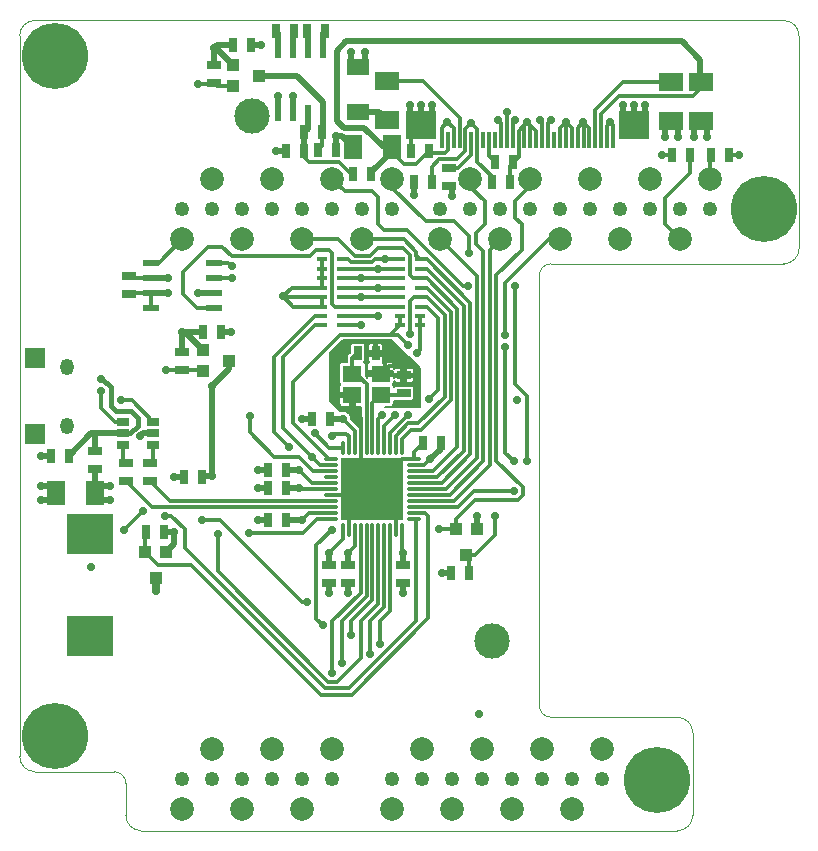
<source format=gbl>
G04 (created by PCBNEW (2013-05-31 BZR 4019)-stable) date 23/02/2014 19:03:20*
%MOIN*%
G04 Gerber Fmt 3.4, Leading zero omitted, Abs format*
%FSLAX34Y34*%
G01*
G70*
G90*
G04 APERTURE LIST*
%ADD10C,0.00590551*%
%ADD11C,0.000393701*%
%ADD12C,0.0787402*%
%ADD13C,0.0492126*%
%ADD14R,0.15748X0.137795*%
%ADD15R,0.011811X0.0570866*%
%ADD16R,0.102362X0.0925197*%
%ADD17O,0.0452756X0.0551181*%
%ADD18R,0.0669291X0.0669291*%
%ADD19R,0.0433071X0.0433071*%
%ADD20C,0.11811*%
%ADD21O,0.0511811X0.011811*%
%ADD22O,0.011811X0.0511811*%
%ADD23R,0.208661X0.208661*%
%ADD24R,0.0354331X0.0177165*%
%ADD25R,0.025X0.045*%
%ADD26R,0.045X0.025*%
%ADD27R,0.06X0.08*%
%ADD28R,0.08X0.06*%
%ADD29R,0.0236X0.0551*%
%ADD30R,0.0551X0.0236*%
%ADD31R,0.0748031X0.0551181*%
%ADD32R,0.0394X0.0272*%
%ADD33R,0.0629921X0.0551181*%
%ADD34C,0.220472*%
%ADD35C,0.0275591*%
%ADD36C,0.011811*%
%ADD37C,0.019685*%
%ADD38C,0.015748*%
%ADD39C,0.0275591*%
%ADD40C,0.00787402*%
G04 APERTURE END LIST*
G54D10*
G54D11*
X42173Y-51606D02*
X42173Y-27590D01*
X42173Y-27590D02*
G75*
G02X42685Y-27078I511J0D01*
G74*
G01*
X45716Y-52511D02*
X45716Y-53574D01*
X42685Y-52118D02*
X45322Y-52118D01*
X67645Y-27078D02*
X42685Y-27078D01*
X68157Y-34677D02*
X68157Y-27590D01*
X59889Y-35188D02*
X67645Y-35188D01*
X59496Y-49913D02*
X59496Y-35582D01*
X64102Y-50307D02*
X59889Y-50307D01*
X64614Y-53574D02*
X64614Y-50818D01*
X46228Y-54086D02*
X64102Y-54086D01*
X45322Y-52118D02*
G75*
G02X45716Y-52511I0J-393D01*
G74*
G01*
X42685Y-52118D02*
G75*
G02X42173Y-51606I0J511D01*
G74*
G01*
X67645Y-27078D02*
G75*
G02X68157Y-27590I0J-511D01*
G74*
G01*
X68157Y-34678D02*
G75*
G02X67645Y-35188I-511J0D01*
G74*
G01*
X59496Y-35581D02*
G75*
G02X59889Y-35188I393J0D01*
G74*
G01*
X59889Y-50307D02*
G75*
G02X59496Y-49913I0J393D01*
G74*
G01*
X64103Y-50307D02*
G75*
G02X64614Y-50818I0J-511D01*
G74*
G01*
X64614Y-53575D02*
G75*
G02X64102Y-54086I-511J0D01*
G74*
G01*
X46227Y-54086D02*
G75*
G02X45716Y-53574I0J511D01*
G74*
G01*
G54D12*
X54602Y-32370D03*
X53602Y-34370D03*
X52602Y-32370D03*
X51602Y-34370D03*
X50602Y-32370D03*
X49602Y-34370D03*
X48602Y-32370D03*
X47602Y-34370D03*
G54D13*
X54602Y-33370D03*
X53602Y-33370D03*
X52602Y-33370D03*
X51602Y-33370D03*
X50602Y-33370D03*
X49602Y-33370D03*
X48602Y-33370D03*
X47602Y-33370D03*
G54D12*
X52602Y-51370D03*
X51602Y-53370D03*
X50602Y-51370D03*
X49602Y-53370D03*
X48602Y-51370D03*
X47602Y-53370D03*
G54D13*
X52602Y-52370D03*
X51602Y-52370D03*
X50602Y-52370D03*
X49602Y-52370D03*
X48602Y-52370D03*
X47602Y-52370D03*
G54D12*
X65202Y-32370D03*
X64202Y-34370D03*
X63202Y-32370D03*
X62202Y-34370D03*
X61202Y-32370D03*
X60202Y-34370D03*
X59202Y-32370D03*
X58202Y-34370D03*
X56202Y-34370D03*
G54D13*
X65202Y-33370D03*
X64202Y-33370D03*
X63202Y-33370D03*
X62202Y-33370D03*
X61202Y-33370D03*
X60202Y-33370D03*
X59202Y-33370D03*
X58202Y-33370D03*
X57202Y-33370D03*
X56202Y-33370D03*
G54D12*
X57202Y-32370D03*
X61602Y-51370D03*
X60602Y-53370D03*
X59602Y-51370D03*
X58602Y-53370D03*
X57602Y-51370D03*
X56602Y-53370D03*
X55602Y-51370D03*
X54602Y-53370D03*
G54D13*
X61602Y-52370D03*
X60602Y-52370D03*
X59602Y-52370D03*
X58602Y-52370D03*
X57602Y-52370D03*
X56602Y-52370D03*
X55602Y-52370D03*
X54602Y-52370D03*
G54D14*
X44535Y-44204D03*
X44535Y-47590D03*
G54D15*
X56248Y-31055D03*
X56444Y-31055D03*
X56641Y-31055D03*
X56838Y-31055D03*
X57035Y-31055D03*
X57232Y-31055D03*
X57429Y-31055D03*
X57625Y-31055D03*
X57822Y-31055D03*
X58019Y-31055D03*
X58216Y-31055D03*
X58413Y-31055D03*
X58610Y-31055D03*
X58807Y-31055D03*
X59003Y-31055D03*
X59200Y-31055D03*
X59397Y-31055D03*
X59594Y-31055D03*
X59791Y-31055D03*
X59988Y-31055D03*
X60185Y-31055D03*
X60381Y-31055D03*
X60578Y-31055D03*
X60775Y-31055D03*
X60972Y-31055D03*
X61169Y-31055D03*
X61366Y-31055D03*
X61562Y-31055D03*
X61759Y-31055D03*
X61956Y-31055D03*
G54D16*
X55559Y-30562D03*
X62645Y-30562D03*
G54D17*
X43767Y-38614D03*
X43767Y-40582D03*
G54D18*
X42704Y-38338D03*
X42704Y-40858D03*
G54D19*
X47062Y-44783D03*
X46362Y-44783D03*
X46712Y-45649D03*
G54D20*
X49905Y-30267D03*
X57905Y-47767D03*
G54D21*
X52559Y-43681D03*
X52559Y-43484D03*
X52559Y-43287D03*
X52559Y-43090D03*
X52559Y-42893D03*
X52559Y-42696D03*
X52559Y-42500D03*
X52559Y-42303D03*
X52559Y-42106D03*
X52559Y-41909D03*
X52559Y-41712D03*
G54D22*
X52952Y-41318D03*
X53149Y-41318D03*
X53346Y-41318D03*
X53543Y-41318D03*
X53740Y-41318D03*
X53937Y-41318D03*
X54133Y-41318D03*
X54330Y-41318D03*
X54527Y-41318D03*
X54724Y-41318D03*
X54921Y-41318D03*
G54D21*
X55314Y-41712D03*
X55314Y-41909D03*
X55314Y-42106D03*
X55314Y-42303D03*
X55314Y-42500D03*
X55314Y-42696D03*
X55314Y-42893D03*
X55314Y-43090D03*
X55314Y-43287D03*
X55314Y-43484D03*
X55314Y-43681D03*
G54D22*
X54921Y-44074D03*
X54724Y-44074D03*
X54527Y-44074D03*
X54330Y-44074D03*
X54133Y-44074D03*
X53937Y-44074D03*
X53740Y-44074D03*
X53543Y-44074D03*
X53346Y-44074D03*
X53149Y-44074D03*
X52952Y-44074D03*
G54D23*
X53937Y-42696D03*
G54D24*
X52933Y-35039D03*
X52933Y-35354D03*
X52933Y-35669D03*
X52933Y-35984D03*
X52933Y-36299D03*
X52933Y-36614D03*
X52933Y-36929D03*
X52933Y-37244D03*
X52263Y-37244D03*
X52263Y-36929D03*
X52263Y-36614D03*
X52263Y-36299D03*
X52263Y-35984D03*
X52263Y-35669D03*
X52263Y-35354D03*
X52263Y-35039D03*
X54842Y-37244D03*
X54842Y-36929D03*
X54842Y-36614D03*
X54842Y-36299D03*
X54842Y-35984D03*
X54842Y-35669D03*
X54842Y-35354D03*
X54842Y-35039D03*
X55511Y-35039D03*
X55511Y-35354D03*
X55511Y-35669D03*
X55511Y-35984D03*
X55511Y-36299D03*
X55511Y-36614D03*
X55511Y-36929D03*
X55511Y-37244D03*
G54D25*
X48252Y-42283D03*
X47652Y-42283D03*
X53440Y-38169D03*
X54040Y-38169D03*
G54D26*
X54980Y-39512D03*
X54980Y-38912D03*
X45826Y-36185D03*
X45826Y-35585D03*
G54D25*
X51048Y-42047D03*
X50448Y-42047D03*
G54D26*
X52500Y-45231D03*
X52500Y-45831D03*
G54D25*
X55831Y-31437D03*
X55231Y-31437D03*
X48302Y-37460D03*
X48902Y-37460D03*
X55910Y-32460D03*
X55310Y-32460D03*
X57908Y-32460D03*
X58508Y-32460D03*
G54D26*
X56476Y-32003D03*
X56476Y-32603D03*
G54D25*
X51048Y-43720D03*
X50448Y-43720D03*
G54D26*
X53110Y-45231D03*
X53110Y-45831D03*
G54D25*
X52121Y-31397D03*
X52721Y-31397D03*
X50723Y-27421D03*
X51323Y-27421D03*
X52347Y-27421D03*
X51747Y-27421D03*
X51638Y-31417D03*
X51038Y-31417D03*
X52268Y-30807D03*
X51668Y-30807D03*
X51048Y-42657D03*
X50448Y-42657D03*
X49286Y-27913D03*
X49886Y-27913D03*
X52524Y-40354D03*
X51924Y-40354D03*
X43823Y-41594D03*
X43223Y-41594D03*
X56205Y-41161D03*
X55605Y-41161D03*
G54D26*
X54960Y-45231D03*
X54960Y-45831D03*
X47578Y-38725D03*
X47578Y-38125D03*
G54D25*
X56570Y-45511D03*
X57170Y-45511D03*
X58026Y-31811D03*
X58626Y-31811D03*
G54D26*
X44685Y-41432D03*
X44685Y-42032D03*
G54D25*
X53902Y-32204D03*
X53302Y-32204D03*
G54D26*
X48661Y-29177D03*
X48661Y-28577D03*
X45728Y-41825D03*
X45728Y-42425D03*
X46515Y-41825D03*
X46515Y-42425D03*
G54D27*
X54587Y-31299D03*
X53287Y-31299D03*
G54D28*
X54429Y-29094D03*
X54429Y-30394D03*
G54D27*
X44685Y-42834D03*
X43385Y-42834D03*
G54D28*
X64881Y-29133D03*
X64881Y-30433D03*
X63897Y-29133D03*
X63897Y-30433D03*
G54D29*
X50785Y-30164D03*
X50785Y-28064D03*
X51285Y-30164D03*
X51785Y-30164D03*
X52285Y-30164D03*
X51285Y-28064D03*
X51785Y-28064D03*
X52285Y-28064D03*
G54D30*
X46568Y-35155D03*
X48668Y-35155D03*
X46568Y-35655D03*
X46568Y-36155D03*
X46568Y-36655D03*
X48668Y-35655D03*
X48668Y-36155D03*
X48668Y-36655D03*
G54D31*
X53464Y-30118D03*
X53464Y-28622D03*
G54D19*
X48287Y-38075D03*
X48287Y-38775D03*
X49153Y-38425D03*
X57416Y-44035D03*
X56716Y-44035D03*
X57066Y-44901D03*
X49291Y-28567D03*
X49291Y-29267D03*
X50157Y-28917D03*
G54D32*
X46634Y-40472D03*
X46634Y-41220D03*
X46634Y-40846D03*
X45610Y-41220D03*
X45610Y-40472D03*
X45610Y-40846D03*
G54D33*
X53267Y-38858D03*
X54212Y-38858D03*
X54212Y-39566D03*
X53267Y-39566D03*
G54D25*
X46392Y-44114D03*
X46992Y-44114D03*
G54D34*
X66976Y-33377D03*
X43354Y-28259D03*
X63433Y-52393D03*
X43354Y-50937D03*
G54D25*
X64532Y-31574D03*
X63932Y-31574D03*
X65211Y-31574D03*
X65811Y-31574D03*
G54D35*
X57224Y-30492D03*
X47125Y-36161D03*
X48110Y-36161D03*
X51476Y-42657D03*
X57480Y-50196D03*
X66141Y-31574D03*
X63602Y-31574D03*
X56240Y-45511D03*
X54960Y-44822D03*
X47578Y-37460D03*
X54133Y-36929D03*
X55846Y-41712D03*
X48661Y-28011D03*
X45196Y-42598D03*
X51476Y-42047D03*
X51574Y-43720D03*
X45196Y-43070D03*
X44547Y-45295D03*
X52952Y-40354D03*
X52500Y-44822D03*
X53110Y-44822D03*
X48129Y-29192D03*
X47007Y-43582D03*
X48779Y-44192D03*
X55807Y-39704D03*
X52007Y-40826D03*
X54271Y-40216D03*
X45669Y-44055D03*
X46279Y-43444D03*
X54704Y-40216D03*
X54370Y-35039D03*
X58700Y-30413D03*
X54114Y-35354D03*
X58405Y-30118D03*
X53543Y-35669D03*
X58129Y-30413D03*
X46712Y-46082D03*
X47066Y-38720D03*
X57106Y-35944D03*
X59074Y-41771D03*
X58681Y-35944D03*
X58641Y-42755D03*
X55137Y-40216D03*
X51751Y-46476D03*
X48267Y-43720D03*
X55177Y-37519D03*
X57145Y-34842D03*
X49822Y-44153D03*
X52598Y-48818D03*
X52913Y-48503D03*
X53858Y-48188D03*
X54173Y-47874D03*
X55413Y-38169D03*
X58641Y-41771D03*
X58366Y-37952D03*
X58011Y-43602D03*
X49251Y-35669D03*
X54133Y-35984D03*
X59507Y-30413D03*
X49251Y-35275D03*
X53543Y-36299D03*
X59881Y-30413D03*
X55137Y-37913D03*
X58366Y-37559D03*
X51909Y-41614D03*
X56141Y-44035D03*
X49842Y-40275D03*
X48582Y-39271D03*
X48582Y-42263D03*
X53228Y-47559D03*
X52598Y-40944D03*
X51161Y-41299D03*
X52578Y-44055D03*
X52283Y-47244D03*
X65098Y-30964D03*
X64665Y-30964D03*
X64114Y-30964D03*
X63681Y-30964D03*
X49232Y-37460D03*
X50964Y-36279D03*
X58759Y-39724D03*
X47125Y-35649D03*
X59094Y-30472D03*
X53543Y-37244D03*
X46200Y-40944D03*
X50216Y-27913D03*
X63011Y-29881D03*
X62657Y-29881D03*
X62283Y-29881D03*
X61870Y-30472D03*
X60964Y-30472D03*
X60374Y-30472D03*
X55925Y-29881D03*
X55551Y-29881D03*
X55177Y-29881D03*
X56437Y-30472D03*
X53700Y-28129D03*
X53228Y-28129D03*
X56594Y-32933D03*
X55314Y-32913D03*
X50708Y-31417D03*
X52736Y-30944D03*
X51279Y-29606D03*
X50787Y-29606D03*
X57421Y-43602D03*
X53110Y-43523D03*
X54763Y-43523D03*
X53110Y-41870D03*
X53937Y-42696D03*
X54763Y-41870D03*
X47322Y-44114D03*
X51594Y-40354D03*
X53267Y-40059D03*
X52736Y-39566D03*
X54980Y-38582D03*
X54370Y-38169D03*
X54960Y-46161D03*
X53110Y-46161D03*
X52500Y-46161D03*
X42874Y-43070D03*
X42874Y-42598D03*
X42893Y-41594D03*
X50118Y-43720D03*
X50118Y-42657D03*
X50118Y-42047D03*
X47322Y-42283D03*
X45570Y-39744D03*
X44881Y-39429D03*
X44881Y-39015D03*
G54D36*
X51638Y-31417D02*
X51638Y-31618D01*
X53228Y-32204D02*
X53302Y-32204D01*
X52834Y-31811D02*
X53228Y-32204D01*
X51830Y-31811D02*
X52834Y-31811D01*
X51638Y-31618D02*
X51830Y-31811D01*
G54D37*
X51638Y-31417D02*
X51638Y-30837D01*
X51638Y-30837D02*
X51668Y-30807D01*
X51785Y-30164D02*
X51785Y-30690D01*
X51785Y-30690D02*
X51668Y-30807D01*
G54D36*
X47120Y-36155D02*
X47125Y-36161D01*
G54D37*
X47120Y-36155D02*
X46568Y-36155D01*
G54D36*
X48116Y-36155D02*
X48110Y-36161D01*
G54D37*
X48116Y-36155D02*
X48668Y-36155D01*
G54D36*
X46568Y-36655D02*
X46568Y-36155D01*
X46568Y-36155D02*
X45857Y-36155D01*
X45857Y-36155D02*
X45826Y-36185D01*
X57429Y-31055D02*
X57429Y-31799D01*
X57908Y-32278D02*
X57908Y-32460D01*
X57429Y-31799D02*
X57908Y-32278D01*
X57429Y-31055D02*
X57429Y-30696D01*
X57429Y-30696D02*
X57224Y-30492D01*
X57035Y-30681D02*
X57224Y-30492D01*
X57035Y-30681D02*
X57035Y-31055D01*
X55910Y-32460D02*
X55910Y-31963D01*
X57035Y-31429D02*
X57035Y-31055D01*
X56751Y-31712D02*
X57035Y-31429D01*
X56161Y-31712D02*
X56751Y-31712D01*
X55910Y-31963D02*
X56161Y-31712D01*
G54D37*
X51048Y-42657D02*
X51476Y-42657D01*
G54D36*
X51515Y-42696D02*
X51476Y-42657D01*
X51515Y-42696D02*
X52559Y-42696D01*
X65811Y-31574D02*
X66141Y-31574D01*
X63932Y-31574D02*
X63602Y-31574D01*
G54D37*
X56240Y-45511D02*
X56570Y-45511D01*
X47578Y-37460D02*
X47672Y-37460D01*
X47672Y-37460D02*
X48287Y-38075D01*
X47578Y-38125D02*
X47578Y-37460D01*
X47578Y-37460D02*
X48302Y-37460D01*
G54D36*
X52933Y-36929D02*
X54133Y-36929D01*
X56205Y-41161D02*
X56205Y-41353D01*
X55649Y-41909D02*
X55846Y-41712D01*
X55649Y-41909D02*
X55314Y-41909D01*
G54D37*
X56205Y-41353D02*
X55846Y-41712D01*
G54D38*
X44685Y-42834D02*
X44921Y-42598D01*
G54D37*
X44921Y-42598D02*
X45196Y-42598D01*
X44921Y-43070D02*
X45196Y-43070D01*
G54D38*
X44685Y-42834D02*
X44921Y-43070D01*
G54D37*
X49291Y-28567D02*
X48735Y-28011D01*
X48735Y-28011D02*
X48661Y-28011D01*
X48661Y-28577D02*
X48661Y-28011D01*
X48759Y-27913D02*
X48661Y-28011D01*
X48759Y-27913D02*
X49286Y-27913D01*
X51048Y-42047D02*
X51476Y-42047D01*
G54D36*
X51929Y-42500D02*
X51476Y-42047D01*
X51929Y-42500D02*
X52559Y-42500D01*
G54D37*
X52524Y-40354D02*
X52952Y-40354D01*
G54D36*
X53346Y-40748D02*
X52952Y-40354D01*
X53346Y-40748D02*
X53346Y-41318D01*
G54D37*
X54960Y-45231D02*
X54960Y-44822D01*
G54D36*
X54921Y-44783D02*
X54960Y-44822D01*
X54921Y-44783D02*
X54921Y-44074D01*
G54D37*
X52500Y-45231D02*
X52500Y-44822D01*
G54D36*
X52952Y-44370D02*
X52500Y-44822D01*
X52952Y-44370D02*
X52952Y-44074D01*
G54D37*
X44685Y-42032D02*
X44685Y-42834D01*
X44685Y-42834D02*
X44685Y-42834D01*
X51048Y-43720D02*
X51574Y-43720D01*
G54D36*
X51811Y-43484D02*
X51574Y-43720D01*
X51811Y-43484D02*
X52559Y-43484D01*
X64881Y-29133D02*
X64881Y-29330D01*
X61562Y-30188D02*
X62165Y-29586D01*
X62165Y-29586D02*
X63366Y-29586D01*
X61562Y-30188D02*
X61562Y-31055D01*
X64625Y-29586D02*
X63366Y-29586D01*
X64881Y-29330D02*
X64625Y-29586D01*
G54D37*
X54587Y-31299D02*
X54311Y-31299D01*
X54311Y-31299D02*
X53661Y-30649D01*
X64862Y-28385D02*
X64862Y-29133D01*
X64251Y-27775D02*
X64862Y-28385D01*
X53070Y-27775D02*
X64251Y-27775D01*
X52755Y-28090D02*
X53070Y-27775D01*
X52755Y-30433D02*
X52755Y-28090D01*
X52972Y-30649D02*
X52755Y-30433D01*
X53661Y-30649D02*
X52972Y-30649D01*
G54D36*
X54587Y-31299D02*
X54587Y-31476D01*
X55826Y-31437D02*
X55831Y-31437D01*
X55393Y-31870D02*
X55826Y-31437D01*
X54980Y-31870D02*
X55393Y-31870D01*
X54587Y-31476D02*
X54980Y-31870D01*
X56444Y-31055D02*
X56444Y-31409D01*
X56444Y-31409D02*
X56358Y-31496D01*
X56358Y-31496D02*
X55890Y-31496D01*
X55890Y-31496D02*
X55831Y-31437D01*
X53902Y-32204D02*
X53902Y-32140D01*
X54587Y-31456D02*
X54587Y-31299D01*
G54D37*
X53902Y-32140D02*
X54587Y-31456D01*
X53110Y-45231D02*
X53110Y-44822D01*
G54D36*
X53346Y-44586D02*
X53110Y-44822D01*
X53346Y-44586D02*
X53346Y-44074D01*
X48646Y-29192D02*
X48661Y-29177D01*
X48129Y-29192D02*
X48646Y-29192D01*
X48661Y-29177D02*
X48750Y-29267D01*
X48750Y-29267D02*
X49291Y-29267D01*
X47677Y-44035D02*
X47224Y-43582D01*
X47224Y-43582D02*
X47007Y-43582D01*
X55314Y-43681D02*
X55393Y-43759D01*
X47677Y-44665D02*
X47677Y-44035D01*
X52342Y-49330D02*
X47677Y-44665D01*
X53149Y-49330D02*
X52342Y-49330D01*
X55393Y-47086D02*
X53149Y-49330D01*
X55393Y-43759D02*
X55393Y-47086D01*
X48779Y-44192D02*
X48779Y-45433D01*
X52460Y-49114D02*
X48779Y-45433D01*
X54133Y-44074D02*
X54133Y-46515D01*
X52755Y-49114D02*
X52460Y-49114D01*
X53543Y-48326D02*
X52755Y-49114D01*
X53543Y-47106D02*
X53543Y-48326D01*
X54133Y-46515D02*
X53543Y-47106D01*
X55807Y-39704D02*
X56122Y-39389D01*
X52952Y-41318D02*
X52500Y-41318D01*
X52500Y-41318D02*
X52007Y-40826D01*
X55748Y-36614D02*
X55511Y-36614D01*
X56122Y-36988D02*
X55748Y-36614D01*
X56122Y-39389D02*
X56122Y-36988D01*
X51161Y-34940D02*
X49251Y-34940D01*
X48092Y-36655D02*
X48668Y-36655D01*
X47618Y-36181D02*
X48092Y-36655D01*
X47618Y-35472D02*
X47618Y-36181D01*
X48464Y-34625D02*
X47618Y-35472D01*
X48937Y-34625D02*
X48464Y-34625D01*
X49251Y-34940D02*
X48937Y-34625D01*
X52933Y-36614D02*
X52696Y-36614D01*
X51850Y-34940D02*
X51161Y-34940D01*
X51161Y-34940D02*
X51141Y-34940D01*
X52066Y-34724D02*
X51850Y-34940D01*
X52500Y-34724D02*
X52066Y-34724D01*
X52598Y-34822D02*
X52500Y-34724D01*
X52598Y-36515D02*
X52598Y-34822D01*
X52696Y-36614D02*
X52598Y-36515D01*
X54842Y-36614D02*
X52933Y-36614D01*
X65202Y-32370D02*
X65202Y-31584D01*
X65202Y-31584D02*
X65211Y-31574D01*
X54133Y-41318D02*
X54133Y-40354D01*
X54133Y-40354D02*
X54271Y-40216D01*
X64202Y-34370D02*
X63700Y-33868D01*
X64532Y-32160D02*
X64532Y-31574D01*
X63700Y-32992D02*
X64532Y-32160D01*
X63700Y-33868D02*
X63700Y-32992D01*
X45669Y-44055D02*
X46279Y-43444D01*
X54330Y-41318D02*
X54330Y-40590D01*
X54330Y-40590D02*
X54704Y-40216D01*
X58610Y-30503D02*
X58700Y-30413D01*
X58610Y-30503D02*
X58610Y-31055D01*
X52933Y-35039D02*
X53129Y-35039D01*
X54370Y-35039D02*
X54842Y-35039D01*
X54035Y-35039D02*
X54370Y-35039D01*
X53937Y-35137D02*
X54035Y-35039D01*
X53228Y-35137D02*
X53937Y-35137D01*
X53129Y-35039D02*
X53228Y-35137D01*
X55511Y-35039D02*
X55748Y-35039D01*
X55748Y-35039D02*
X57204Y-36496D01*
X55511Y-35039D02*
X55393Y-34921D01*
X55393Y-34921D02*
X55393Y-34783D01*
X55393Y-34783D02*
X54980Y-34370D01*
X54980Y-34370D02*
X53602Y-34370D01*
X55314Y-42500D02*
X56240Y-42500D01*
X57204Y-41535D02*
X57204Y-36496D01*
X56240Y-42500D02*
X57204Y-41535D01*
X55314Y-42303D02*
X56102Y-42303D01*
X55748Y-35354D02*
X55511Y-35354D01*
X56988Y-36594D02*
X55748Y-35354D01*
X56988Y-41417D02*
X56988Y-36594D01*
X56102Y-42303D02*
X56988Y-41417D01*
X55511Y-35669D02*
X55275Y-35669D01*
X52795Y-34370D02*
X51602Y-34370D01*
X53366Y-34940D02*
X52795Y-34370D01*
X53838Y-34940D02*
X53366Y-34940D01*
X54114Y-34665D02*
X53838Y-34940D01*
X54960Y-34665D02*
X54114Y-34665D01*
X55177Y-34881D02*
X54960Y-34665D01*
X55177Y-35570D02*
X55177Y-34881D01*
X55275Y-35669D02*
X55177Y-35570D01*
X55314Y-42106D02*
X55964Y-42106D01*
X55748Y-35669D02*
X55511Y-35669D01*
X56771Y-36692D02*
X55748Y-35669D01*
X56771Y-41299D02*
X56771Y-36692D01*
X55964Y-42106D02*
X56771Y-41299D01*
X58413Y-30125D02*
X58405Y-30118D01*
X58413Y-30125D02*
X58413Y-31055D01*
X54842Y-35354D02*
X54114Y-35354D01*
X54114Y-35354D02*
X52933Y-35354D01*
X58216Y-30500D02*
X58129Y-30413D01*
X58216Y-30500D02*
X58216Y-31055D01*
X52933Y-35669D02*
X53543Y-35669D01*
X53543Y-35669D02*
X54842Y-35669D01*
G54D39*
X46712Y-45649D02*
X46712Y-46082D01*
G54D36*
X46362Y-44783D02*
X46362Y-44144D01*
X46362Y-44144D02*
X46392Y-44114D01*
X55314Y-43484D02*
X55688Y-43484D01*
X46795Y-45216D02*
X46362Y-44783D01*
X47893Y-45216D02*
X46795Y-45216D01*
X52224Y-49547D02*
X47893Y-45216D01*
X53248Y-49547D02*
X52224Y-49547D01*
X55787Y-47007D02*
X53248Y-49547D01*
X55787Y-43582D02*
X55787Y-47007D01*
X55688Y-43484D02*
X55787Y-43582D01*
X47574Y-38720D02*
X47578Y-38725D01*
X47066Y-38720D02*
X47574Y-38720D01*
X55314Y-42696D02*
X56377Y-42696D01*
X57421Y-35588D02*
X56202Y-34370D01*
X57421Y-41653D02*
X57421Y-35588D01*
X56377Y-42696D02*
X57421Y-41653D01*
X47578Y-38725D02*
X48237Y-38725D01*
X48237Y-38725D02*
X48287Y-38775D01*
X55314Y-42893D02*
X56515Y-42893D01*
X57202Y-32615D02*
X57202Y-32370D01*
X57696Y-33110D02*
X57202Y-32615D01*
X57696Y-33858D02*
X57696Y-33110D01*
X57401Y-34153D02*
X57696Y-33858D01*
X57401Y-34527D02*
X57401Y-34153D01*
X57637Y-34763D02*
X57401Y-34527D01*
X57637Y-41771D02*
X57637Y-34763D01*
X56515Y-42893D02*
X57637Y-41771D01*
X58202Y-34370D02*
X57854Y-34718D01*
X57854Y-34718D02*
X57854Y-34724D01*
X55314Y-43090D02*
X56653Y-43090D01*
X57854Y-41889D02*
X57854Y-34724D01*
X56653Y-43090D02*
X57854Y-41889D01*
X53007Y-32775D02*
X53937Y-32775D01*
X53937Y-32775D02*
X54114Y-32952D01*
X54114Y-32952D02*
X54114Y-33858D01*
X54114Y-33858D02*
X54330Y-34074D01*
X54330Y-34074D02*
X55098Y-34074D01*
X55098Y-34074D02*
X56968Y-35944D01*
X56968Y-35944D02*
X57106Y-35944D01*
X52602Y-32370D02*
X53007Y-32775D01*
X59094Y-41751D02*
X59074Y-41771D01*
X59094Y-39606D02*
X59094Y-41751D01*
X58681Y-39192D02*
X59094Y-39606D01*
X58681Y-35944D02*
X58681Y-39192D01*
X58641Y-42755D02*
X57322Y-42755D01*
X57322Y-42755D02*
X56791Y-43287D01*
X55314Y-43287D02*
X56791Y-43287D01*
X46568Y-35155D02*
X46816Y-35155D01*
X46816Y-35155D02*
X47602Y-34370D01*
X51751Y-46476D02*
X51594Y-46476D01*
X54527Y-40826D02*
X54803Y-40551D01*
X54803Y-40551D02*
X54803Y-40551D01*
X54803Y-40551D02*
X55137Y-40216D01*
X54527Y-41318D02*
X54527Y-40826D01*
X48838Y-43720D02*
X48267Y-43720D01*
X49094Y-43976D02*
X48838Y-43720D01*
X49094Y-43976D02*
X49094Y-43976D01*
X51594Y-46476D02*
X49094Y-43976D01*
X55511Y-36299D02*
X55314Y-36299D01*
X55177Y-36437D02*
X55177Y-37519D01*
X55314Y-36299D02*
X55177Y-36437D01*
X54724Y-41318D02*
X54724Y-40925D01*
X55748Y-36299D02*
X55511Y-36299D01*
X56338Y-36889D02*
X55748Y-36299D01*
X56338Y-39625D02*
X56338Y-36889D01*
X55452Y-40511D02*
X56338Y-39625D01*
X55137Y-40511D02*
X55452Y-40511D01*
X54724Y-40925D02*
X55137Y-40511D01*
X54602Y-32653D02*
X55728Y-33779D01*
X55728Y-33779D02*
X56653Y-33779D01*
X56653Y-33779D02*
X57145Y-34271D01*
X57145Y-34271D02*
X57145Y-34842D01*
X54602Y-32370D02*
X54602Y-32653D01*
X52086Y-43681D02*
X52559Y-43681D01*
X51614Y-44153D02*
X49822Y-44153D01*
X52086Y-43681D02*
X51614Y-44153D01*
X53543Y-46161D02*
X52598Y-47106D01*
X52598Y-47106D02*
X52598Y-48818D01*
X53543Y-44074D02*
X53543Y-46161D01*
X53740Y-44074D02*
X53740Y-46279D01*
X52913Y-47106D02*
X52913Y-48503D01*
X53740Y-46279D02*
X52913Y-47106D01*
X54330Y-44074D02*
X54330Y-46633D01*
X53858Y-47106D02*
X53858Y-48188D01*
X54330Y-46633D02*
X53858Y-47106D01*
X54527Y-44074D02*
X54527Y-46751D01*
X54173Y-47106D02*
X54173Y-47874D01*
X54527Y-46751D02*
X54173Y-47106D01*
X55511Y-38070D02*
X55413Y-38169D01*
X55511Y-37244D02*
X55511Y-38070D01*
X58366Y-41496D02*
X58641Y-41771D01*
X58366Y-37952D02*
X58366Y-41496D01*
X55511Y-36929D02*
X55511Y-37244D01*
X57066Y-44901D02*
X57342Y-44901D01*
X57342Y-44901D02*
X58011Y-44232D01*
X58011Y-44232D02*
X58011Y-43602D01*
X57170Y-45511D02*
X57170Y-45004D01*
X57170Y-45004D02*
X57066Y-44901D01*
X48668Y-35655D02*
X49238Y-35655D01*
X49238Y-35655D02*
X49251Y-35669D01*
X59594Y-30500D02*
X59507Y-30413D01*
X59594Y-30500D02*
X59594Y-31055D01*
X54842Y-35984D02*
X54133Y-35984D01*
X54133Y-35984D02*
X52933Y-35984D01*
X54921Y-41318D02*
X54921Y-41062D01*
X55748Y-35984D02*
X55511Y-35984D01*
X56555Y-36791D02*
X55748Y-35984D01*
X56555Y-39744D02*
X56555Y-36791D01*
X55570Y-40728D02*
X56555Y-39744D01*
X55236Y-40728D02*
X55570Y-40728D01*
X54921Y-41043D02*
X55236Y-40728D01*
X49131Y-35155D02*
X49251Y-35275D01*
X49131Y-35155D02*
X48668Y-35155D01*
X59791Y-30503D02*
X59881Y-30413D01*
X59791Y-30503D02*
X59791Y-31055D01*
X52933Y-36299D02*
X53543Y-36299D01*
X53543Y-36299D02*
X54842Y-36299D01*
X54537Y-37549D02*
X54773Y-37549D01*
X54773Y-37549D02*
X55137Y-37913D01*
X59822Y-34370D02*
X60202Y-34370D01*
X58366Y-35826D02*
X59822Y-34370D01*
X58366Y-37559D02*
X58366Y-35826D01*
X54842Y-37244D02*
X54842Y-36929D01*
X52864Y-37549D02*
X54537Y-37549D01*
X54537Y-37549D02*
X54842Y-37244D01*
X52559Y-41712D02*
X52480Y-41712D01*
X51279Y-39133D02*
X52864Y-37549D01*
X51279Y-40511D02*
X51279Y-39133D01*
X52480Y-41712D02*
X51279Y-40511D01*
X56716Y-44035D02*
X56716Y-43696D01*
X59202Y-32588D02*
X59202Y-32370D01*
X58700Y-33090D02*
X59202Y-32588D01*
X58700Y-33661D02*
X58700Y-33090D01*
X58917Y-33877D02*
X58700Y-33661D01*
X58917Y-34724D02*
X58917Y-33877D01*
X58070Y-35570D02*
X58917Y-34724D01*
X58070Y-41751D02*
X58070Y-35570D01*
X58956Y-42637D02*
X58070Y-41751D01*
X58956Y-42893D02*
X58956Y-42637D01*
X58779Y-43070D02*
X58956Y-42893D01*
X57342Y-43070D02*
X58779Y-43070D01*
X56716Y-43696D02*
X57342Y-43070D01*
X50964Y-39212D02*
X50964Y-38307D01*
X52027Y-37244D02*
X52263Y-37244D01*
X50964Y-38307D02*
X52027Y-37244D01*
X50964Y-40669D02*
X50964Y-39212D01*
X51909Y-41614D02*
X50964Y-40669D01*
X52559Y-41909D02*
X52204Y-41909D01*
X56141Y-44035D02*
X56716Y-44035D01*
X52204Y-41909D02*
X51909Y-41614D01*
X49842Y-40275D02*
X49842Y-40787D01*
X50669Y-41614D02*
X51476Y-41614D01*
X49842Y-40787D02*
X50669Y-41614D01*
X52559Y-42106D02*
X51968Y-42106D01*
X51968Y-42106D02*
X51476Y-41614D01*
X46634Y-41220D02*
X46634Y-41707D01*
X46634Y-41707D02*
X46515Y-41825D01*
X45610Y-41220D02*
X45610Y-41707D01*
X45610Y-41707D02*
X45728Y-41825D01*
G54D37*
X49153Y-38425D02*
X49153Y-38700D01*
X48582Y-39271D02*
X48582Y-42263D01*
X49153Y-38700D02*
X48582Y-39271D01*
X48582Y-42263D02*
X48272Y-42263D01*
G54D36*
X48272Y-42263D02*
X48252Y-42283D01*
X53937Y-44074D02*
X53937Y-46397D01*
X53228Y-47106D02*
X53228Y-47559D01*
X53937Y-46397D02*
X53228Y-47106D01*
X50649Y-39114D02*
X50649Y-38307D01*
X52027Y-36929D02*
X52263Y-36929D01*
X50649Y-38307D02*
X52027Y-36929D01*
X52972Y-40866D02*
X52677Y-40866D01*
X52677Y-40866D02*
X52598Y-40944D01*
X50649Y-40787D02*
X50649Y-39114D01*
X51161Y-41299D02*
X50649Y-40787D01*
X53070Y-40866D02*
X52972Y-40866D01*
X52578Y-44055D02*
X52066Y-44566D01*
X53149Y-41318D02*
X53149Y-40944D01*
X53149Y-40944D02*
X53070Y-40866D01*
X52066Y-47027D02*
X52283Y-47244D01*
X52066Y-44566D02*
X52066Y-47027D01*
G54D37*
X64881Y-30433D02*
X65098Y-30650D01*
X65098Y-30650D02*
X65098Y-30964D01*
X64881Y-30433D02*
X64665Y-30650D01*
X64665Y-30650D02*
X64665Y-30964D01*
X63897Y-30433D02*
X64114Y-30650D01*
X64114Y-30650D02*
X64114Y-30964D01*
X63897Y-30433D02*
X63681Y-30650D01*
X63681Y-30650D02*
X63681Y-30964D01*
X48902Y-37460D02*
X49232Y-37460D01*
G54D36*
X52263Y-36614D02*
X51299Y-36614D01*
X50984Y-36299D02*
X50964Y-36279D01*
X52263Y-36299D02*
X50984Y-36299D01*
X51259Y-35984D02*
X52263Y-35984D01*
X51259Y-35984D02*
X50964Y-36279D01*
X51299Y-36614D02*
X50964Y-36279D01*
X52263Y-35039D02*
X52263Y-35354D01*
X52263Y-35354D02*
X52263Y-35669D01*
X52263Y-35984D02*
X52263Y-35669D01*
X52263Y-36614D02*
X52263Y-36299D01*
X46568Y-35655D02*
X45896Y-35655D01*
X45896Y-35655D02*
X45826Y-35585D01*
G54D37*
X46568Y-35655D02*
X47120Y-35655D01*
G54D36*
X47120Y-35655D02*
X47125Y-35649D01*
X59397Y-31055D02*
X59397Y-30775D01*
X59397Y-30775D02*
X59094Y-30472D01*
X58807Y-31055D02*
X58807Y-30759D01*
X59200Y-30578D02*
X59094Y-30472D01*
X59200Y-31055D02*
X59200Y-30578D01*
X59003Y-30562D02*
X59003Y-31055D01*
X59003Y-30562D02*
X59094Y-30472D01*
X58807Y-30759D02*
X59094Y-30472D01*
X52933Y-37244D02*
X53543Y-37244D01*
X55605Y-41161D02*
X55314Y-41451D01*
X55314Y-41451D02*
X55314Y-41712D01*
G54D37*
X46634Y-40846D02*
X46299Y-40846D01*
X46299Y-40846D02*
X46200Y-40944D01*
X49886Y-27913D02*
X50216Y-27913D01*
G54D36*
X62645Y-30562D02*
X63011Y-30196D01*
G54D37*
X63011Y-30196D02*
X63011Y-29881D01*
G54D36*
X62645Y-30562D02*
X62657Y-30551D01*
G54D37*
X62657Y-30551D02*
X62657Y-29881D01*
G54D36*
X62645Y-30562D02*
X62283Y-30200D01*
G54D37*
X62283Y-30200D02*
X62283Y-29881D01*
G54D36*
X61956Y-31055D02*
X61956Y-30559D01*
X61759Y-30582D02*
X61870Y-30472D01*
X61759Y-30582D02*
X61759Y-31055D01*
X61956Y-30559D02*
X61870Y-30472D01*
X61169Y-31055D02*
X61169Y-30677D01*
X61169Y-30677D02*
X60964Y-30472D01*
X60775Y-31055D02*
X60775Y-30661D01*
X60972Y-30480D02*
X60964Y-30472D01*
X60972Y-30480D02*
X60972Y-31055D01*
X60775Y-30661D02*
X60964Y-30472D01*
X60578Y-31055D02*
X60578Y-30677D01*
X60578Y-30677D02*
X60374Y-30472D01*
X60185Y-31055D02*
X60185Y-30661D01*
X60381Y-30480D02*
X60374Y-30472D01*
X60381Y-30480D02*
X60381Y-31055D01*
X60185Y-30661D02*
X60374Y-30472D01*
X55559Y-30562D02*
X55925Y-30196D01*
G54D37*
X55925Y-30196D02*
X55925Y-29881D01*
G54D36*
X55559Y-30562D02*
X55551Y-30555D01*
G54D37*
X55551Y-30555D02*
X55551Y-29881D01*
G54D36*
X55559Y-30562D02*
X55177Y-30181D01*
G54D37*
X55177Y-30181D02*
X55177Y-29881D01*
G54D36*
X55231Y-31437D02*
X55231Y-30890D01*
X55231Y-30890D02*
X55559Y-30562D01*
X56641Y-31055D02*
X56641Y-30677D01*
X56248Y-30661D02*
X56437Y-30472D01*
X56248Y-30661D02*
X56248Y-31055D01*
X56641Y-30677D02*
X56437Y-30472D01*
X53464Y-28622D02*
X53700Y-28385D01*
G54D37*
X53700Y-28385D02*
X53700Y-28129D01*
G54D36*
X53464Y-28622D02*
X53228Y-28385D01*
G54D37*
X53228Y-28385D02*
X53228Y-28129D01*
G54D36*
X58508Y-32460D02*
X58508Y-31929D01*
X58508Y-31929D02*
X58626Y-31811D01*
X58807Y-31055D02*
X58807Y-31630D01*
X58807Y-31630D02*
X58626Y-31811D01*
G54D37*
X56476Y-32603D02*
X56594Y-32721D01*
X56594Y-32721D02*
X56594Y-32933D01*
X55310Y-32460D02*
X55310Y-32908D01*
G54D36*
X55310Y-32908D02*
X55314Y-32913D01*
G54D37*
X51038Y-31417D02*
X50708Y-31417D01*
X52736Y-30944D02*
X52932Y-30944D01*
G54D36*
X52721Y-30959D02*
X52736Y-30944D01*
G54D37*
X52721Y-31397D02*
X52721Y-30959D01*
X52932Y-30944D02*
X53287Y-31299D01*
X51285Y-30164D02*
X51285Y-29612D01*
X51285Y-29612D02*
X51279Y-29606D01*
X50785Y-30164D02*
X50785Y-29608D01*
X50785Y-29608D02*
X50787Y-29606D01*
X57416Y-44035D02*
X57416Y-43606D01*
G54D36*
X57416Y-43606D02*
X57421Y-43602D01*
X53110Y-43523D02*
X53937Y-42696D01*
X54763Y-43523D02*
X53937Y-42696D01*
X53110Y-41870D02*
X53937Y-42696D01*
X54763Y-41870D02*
X53937Y-42696D01*
G54D37*
X47322Y-44114D02*
X47322Y-44523D01*
X46992Y-44114D02*
X47322Y-44114D01*
X47322Y-44523D02*
X47062Y-44783D01*
X51924Y-40354D02*
X51594Y-40354D01*
G54D36*
X53543Y-41318D02*
X53543Y-40334D01*
X53267Y-40059D02*
X53267Y-39566D01*
X53543Y-40334D02*
X53267Y-40059D01*
X53267Y-39566D02*
X52736Y-39566D01*
X54980Y-38582D02*
X54488Y-38582D01*
X54980Y-38912D02*
X54980Y-38582D01*
X54488Y-38582D02*
X54212Y-38858D01*
X54370Y-38169D02*
X54370Y-38700D01*
X54040Y-38169D02*
X54370Y-38169D01*
X54370Y-38700D02*
X54212Y-38858D01*
G54D37*
X54960Y-45831D02*
X54960Y-46161D01*
X53110Y-45831D02*
X53110Y-46161D01*
X52500Y-45831D02*
X52500Y-46161D01*
G54D36*
X53149Y-44074D02*
X53149Y-43484D01*
X53149Y-43484D02*
X53937Y-42696D01*
X54724Y-44074D02*
X54724Y-43484D01*
X54724Y-43484D02*
X53937Y-42696D01*
X55314Y-41712D02*
X54921Y-41712D01*
X54921Y-41712D02*
X53937Y-42696D01*
X53543Y-41318D02*
X53543Y-42303D01*
X53543Y-42303D02*
X53937Y-42696D01*
G54D38*
X43385Y-42834D02*
X43149Y-43070D01*
G54D37*
X43149Y-43070D02*
X42874Y-43070D01*
G54D38*
X43385Y-42834D02*
X43149Y-42598D01*
G54D37*
X43149Y-42598D02*
X42874Y-42598D01*
X43223Y-41594D02*
X42893Y-41594D01*
X50448Y-43720D02*
X50118Y-43720D01*
X50448Y-42657D02*
X50118Y-42657D01*
X50448Y-42047D02*
X50118Y-42047D01*
X47652Y-42283D02*
X47322Y-42283D01*
G54D36*
X52559Y-42893D02*
X53740Y-42893D01*
X53740Y-42893D02*
X53937Y-42696D01*
X63897Y-29133D02*
X62303Y-29133D01*
X61362Y-31055D02*
X61366Y-31055D01*
X61362Y-30074D02*
X61362Y-31055D01*
X62303Y-29133D02*
X61362Y-30074D01*
X53267Y-38858D02*
X53267Y-38341D01*
X53267Y-38341D02*
X53440Y-38169D01*
X53740Y-41318D02*
X53740Y-39212D01*
X53385Y-38858D02*
X53267Y-38858D01*
X53740Y-39212D02*
X53385Y-38858D01*
X54212Y-39566D02*
X54925Y-39566D01*
X54925Y-39566D02*
X54980Y-39512D01*
X53937Y-41318D02*
X53937Y-39842D01*
X53937Y-39842D02*
X54212Y-39566D01*
X56476Y-32003D02*
X56776Y-32003D01*
X57232Y-31547D02*
X57232Y-31055D01*
X56776Y-32003D02*
X57232Y-31547D01*
G54D37*
X50785Y-28064D02*
X50785Y-27483D01*
X50785Y-27483D02*
X50723Y-27421D01*
G54D36*
X52268Y-30807D02*
X52268Y-31250D01*
X52268Y-31250D02*
X52121Y-31397D01*
G54D37*
X52285Y-30164D02*
X52285Y-30790D01*
X52285Y-30790D02*
X52268Y-30807D01*
X52285Y-29785D02*
X52285Y-30164D01*
X51417Y-28917D02*
X52285Y-29785D01*
X50157Y-28917D02*
X51417Y-28917D01*
X51785Y-28064D02*
X51785Y-27459D01*
X51785Y-27459D02*
X51747Y-27421D01*
X52285Y-28064D02*
X52285Y-27483D01*
X52285Y-27483D02*
X52347Y-27421D01*
X51285Y-28064D02*
X51285Y-27459D01*
X51285Y-27459D02*
X51323Y-27421D01*
G54D36*
X45570Y-39744D02*
X45905Y-39744D01*
X45905Y-39744D02*
X46634Y-40472D01*
X44881Y-40000D02*
X45354Y-40472D01*
X45354Y-40472D02*
X45610Y-40472D01*
X44881Y-39429D02*
X44881Y-40000D01*
X52559Y-43287D02*
X46589Y-43287D01*
X46589Y-43287D02*
X45728Y-42425D01*
G54D37*
X53464Y-30118D02*
X54153Y-30118D01*
X54153Y-30118D02*
X54429Y-30394D01*
G54D36*
X52559Y-43090D02*
X47180Y-43090D01*
X47180Y-43090D02*
X46515Y-42425D01*
G54D38*
X46122Y-40590D02*
X45866Y-40846D01*
X45866Y-40846D02*
X45610Y-40846D01*
X46122Y-40334D02*
X46122Y-40590D01*
X44921Y-39015D02*
X45216Y-39311D01*
X44881Y-39015D02*
X44921Y-39015D01*
X45885Y-40098D02*
X45393Y-40098D01*
X45393Y-40098D02*
X45216Y-39921D01*
X45216Y-39921D02*
X45216Y-39311D01*
X46122Y-40334D02*
X45885Y-40098D01*
G54D37*
X44685Y-41432D02*
X44685Y-40846D01*
X45610Y-40846D02*
X44685Y-40846D01*
X44685Y-40846D02*
X44571Y-40846D01*
X44571Y-40846D02*
X43823Y-41594D01*
G54D36*
X54429Y-29094D02*
X55609Y-29094D01*
X56838Y-31055D02*
X56838Y-30322D01*
X56838Y-30322D02*
X55609Y-29094D01*
X57822Y-31055D02*
X57822Y-31607D01*
X57822Y-31607D02*
X58026Y-31811D01*
G54D10*
G36*
X55511Y-39980D02*
X55256Y-39980D01*
X55190Y-39952D01*
X55085Y-39952D01*
X55018Y-39980D01*
X54823Y-39980D01*
X54757Y-39952D01*
X54652Y-39952D01*
X54585Y-39980D01*
X54390Y-39980D01*
X54362Y-39968D01*
X54552Y-39968D01*
X54598Y-39949D01*
X54634Y-39913D01*
X54653Y-39867D01*
X54653Y-39817D01*
X54653Y-39751D01*
X54702Y-39751D01*
X54730Y-39763D01*
X54780Y-39763D01*
X55230Y-39763D01*
X55276Y-39744D01*
X55312Y-39709D01*
X55331Y-39662D01*
X55331Y-39612D01*
X55331Y-39362D01*
X55331Y-39062D01*
X55331Y-38762D01*
X55312Y-38716D01*
X55276Y-38680D01*
X55230Y-38661D01*
X55180Y-38661D01*
X55090Y-38661D01*
X55059Y-38693D01*
X55059Y-38850D01*
X55299Y-38850D01*
X55331Y-38818D01*
X55331Y-38762D01*
X55331Y-39062D01*
X55331Y-39006D01*
X55299Y-38975D01*
X55059Y-38975D01*
X55059Y-39132D01*
X55090Y-39163D01*
X55180Y-39163D01*
X55230Y-39163D01*
X55276Y-39144D01*
X55312Y-39108D01*
X55331Y-39062D01*
X55331Y-39362D01*
X55312Y-39316D01*
X55276Y-39280D01*
X55230Y-39261D01*
X55180Y-39261D01*
X54730Y-39261D01*
X54684Y-39280D01*
X54653Y-39311D01*
X54653Y-39266D01*
X54634Y-39220D01*
X54626Y-39212D01*
X54634Y-39205D01*
X54653Y-39159D01*
X54653Y-39113D01*
X54683Y-39144D01*
X54730Y-39163D01*
X54780Y-39163D01*
X54870Y-39163D01*
X54901Y-39132D01*
X54901Y-38975D01*
X54901Y-38850D01*
X54901Y-38693D01*
X54870Y-38661D01*
X54780Y-38661D01*
X54730Y-38661D01*
X54683Y-38680D01*
X54653Y-38711D01*
X54653Y-38607D01*
X54653Y-38557D01*
X54634Y-38511D01*
X54598Y-38475D01*
X54552Y-38456D01*
X54322Y-38456D01*
X54291Y-38488D01*
X54291Y-38456D01*
X54291Y-38456D01*
X54275Y-38456D01*
X54291Y-38419D01*
X54291Y-38369D01*
X54291Y-37969D01*
X54291Y-37919D01*
X54271Y-37872D01*
X54236Y-37837D01*
X54190Y-37818D01*
X54134Y-37818D01*
X54102Y-37849D01*
X54102Y-38090D01*
X54259Y-38090D01*
X54291Y-38059D01*
X54291Y-37969D01*
X54291Y-38369D01*
X54291Y-38279D01*
X54259Y-38248D01*
X54102Y-38248D01*
X54102Y-38255D01*
X53977Y-38255D01*
X53977Y-38248D01*
X53977Y-38090D01*
X53977Y-37849D01*
X53946Y-37818D01*
X53890Y-37818D01*
X53843Y-37837D01*
X53808Y-37872D01*
X53789Y-37919D01*
X53789Y-37969D01*
X53789Y-38059D01*
X53820Y-38090D01*
X53977Y-38090D01*
X53977Y-38248D01*
X53820Y-38248D01*
X53789Y-38279D01*
X53789Y-38369D01*
X53789Y-38419D01*
X53808Y-38465D01*
X53822Y-38479D01*
X53790Y-38511D01*
X53771Y-38557D01*
X53771Y-38607D01*
X53771Y-38748D01*
X53803Y-38779D01*
X54133Y-38779D01*
X54133Y-38771D01*
X54291Y-38771D01*
X54291Y-38771D01*
X54291Y-38779D01*
X54622Y-38779D01*
X54629Y-38772D01*
X54629Y-38818D01*
X54660Y-38850D01*
X54901Y-38850D01*
X54901Y-38975D01*
X54660Y-38975D01*
X54653Y-38982D01*
X54653Y-38968D01*
X54622Y-38937D01*
X54291Y-38937D01*
X54291Y-38944D01*
X54291Y-38944D01*
X54133Y-38944D01*
X54133Y-38937D01*
X53803Y-38937D01*
X53771Y-38968D01*
X53771Y-38982D01*
X53708Y-38919D01*
X53708Y-38557D01*
X53689Y-38511D01*
X53657Y-38479D01*
X53671Y-38465D01*
X53691Y-38419D01*
X53691Y-38369D01*
X53691Y-37919D01*
X53672Y-37873D01*
X53636Y-37837D01*
X53590Y-37818D01*
X53540Y-37818D01*
X53290Y-37818D01*
X53243Y-37837D01*
X53208Y-37872D01*
X53189Y-37919D01*
X53189Y-37969D01*
X53189Y-38158D01*
X53136Y-38210D01*
X53096Y-38270D01*
X53082Y-38341D01*
X53082Y-38456D01*
X52927Y-38456D01*
X52881Y-38475D01*
X52846Y-38511D01*
X52826Y-38557D01*
X52826Y-38607D01*
X52826Y-39158D01*
X52845Y-39205D01*
X52853Y-39212D01*
X52846Y-39219D01*
X52826Y-39266D01*
X52826Y-39316D01*
X52826Y-39456D01*
X52858Y-39488D01*
X53188Y-39488D01*
X53188Y-39480D01*
X53346Y-39480D01*
X53346Y-39488D01*
X53354Y-39488D01*
X53354Y-39645D01*
X53346Y-39645D01*
X53346Y-39937D01*
X53377Y-39968D01*
X53555Y-39968D01*
X53555Y-41114D01*
X53555Y-41318D01*
X53555Y-41405D01*
X53531Y-41405D01*
X53531Y-41318D01*
X53531Y-41114D01*
X53531Y-40748D01*
X53517Y-40677D01*
X53477Y-40617D01*
X53477Y-40617D01*
X53216Y-40356D01*
X53216Y-40302D01*
X53188Y-40235D01*
X53188Y-39937D01*
X53188Y-39645D01*
X52858Y-39645D01*
X52826Y-39677D01*
X52826Y-39817D01*
X52826Y-39867D01*
X52846Y-39913D01*
X52881Y-39949D01*
X52927Y-39968D01*
X53157Y-39968D01*
X53188Y-39937D01*
X53188Y-40235D01*
X53176Y-40205D01*
X53102Y-40130D01*
X53005Y-40090D01*
X52900Y-40090D01*
X52859Y-40107D01*
X52519Y-39767D01*
X52519Y-38165D01*
X52949Y-37736D01*
X54570Y-37736D01*
X55511Y-38677D01*
X55511Y-39980D01*
X55511Y-39980D01*
G37*
G54D40*
X55511Y-39980D02*
X55256Y-39980D01*
X55190Y-39952D01*
X55085Y-39952D01*
X55018Y-39980D01*
X54823Y-39980D01*
X54757Y-39952D01*
X54652Y-39952D01*
X54585Y-39980D01*
X54390Y-39980D01*
X54362Y-39968D01*
X54552Y-39968D01*
X54598Y-39949D01*
X54634Y-39913D01*
X54653Y-39867D01*
X54653Y-39817D01*
X54653Y-39751D01*
X54702Y-39751D01*
X54730Y-39763D01*
X54780Y-39763D01*
X55230Y-39763D01*
X55276Y-39744D01*
X55312Y-39709D01*
X55331Y-39662D01*
X55331Y-39612D01*
X55331Y-39362D01*
X55331Y-39062D01*
X55331Y-38762D01*
X55312Y-38716D01*
X55276Y-38680D01*
X55230Y-38661D01*
X55180Y-38661D01*
X55090Y-38661D01*
X55059Y-38693D01*
X55059Y-38850D01*
X55299Y-38850D01*
X55331Y-38818D01*
X55331Y-38762D01*
X55331Y-39062D01*
X55331Y-39006D01*
X55299Y-38975D01*
X55059Y-38975D01*
X55059Y-39132D01*
X55090Y-39163D01*
X55180Y-39163D01*
X55230Y-39163D01*
X55276Y-39144D01*
X55312Y-39108D01*
X55331Y-39062D01*
X55331Y-39362D01*
X55312Y-39316D01*
X55276Y-39280D01*
X55230Y-39261D01*
X55180Y-39261D01*
X54730Y-39261D01*
X54684Y-39280D01*
X54653Y-39311D01*
X54653Y-39266D01*
X54634Y-39220D01*
X54626Y-39212D01*
X54634Y-39205D01*
X54653Y-39159D01*
X54653Y-39113D01*
X54683Y-39144D01*
X54730Y-39163D01*
X54780Y-39163D01*
X54870Y-39163D01*
X54901Y-39132D01*
X54901Y-38975D01*
X54901Y-38850D01*
X54901Y-38693D01*
X54870Y-38661D01*
X54780Y-38661D01*
X54730Y-38661D01*
X54683Y-38680D01*
X54653Y-38711D01*
X54653Y-38607D01*
X54653Y-38557D01*
X54634Y-38511D01*
X54598Y-38475D01*
X54552Y-38456D01*
X54322Y-38456D01*
X54291Y-38488D01*
X54291Y-38456D01*
X54291Y-38456D01*
X54275Y-38456D01*
X54291Y-38419D01*
X54291Y-38369D01*
X54291Y-37969D01*
X54291Y-37919D01*
X54271Y-37872D01*
X54236Y-37837D01*
X54190Y-37818D01*
X54134Y-37818D01*
X54102Y-37849D01*
X54102Y-38090D01*
X54259Y-38090D01*
X54291Y-38059D01*
X54291Y-37969D01*
X54291Y-38369D01*
X54291Y-38279D01*
X54259Y-38248D01*
X54102Y-38248D01*
X54102Y-38255D01*
X53977Y-38255D01*
X53977Y-38248D01*
X53977Y-38090D01*
X53977Y-37849D01*
X53946Y-37818D01*
X53890Y-37818D01*
X53843Y-37837D01*
X53808Y-37872D01*
X53789Y-37919D01*
X53789Y-37969D01*
X53789Y-38059D01*
X53820Y-38090D01*
X53977Y-38090D01*
X53977Y-38248D01*
X53820Y-38248D01*
X53789Y-38279D01*
X53789Y-38369D01*
X53789Y-38419D01*
X53808Y-38465D01*
X53822Y-38479D01*
X53790Y-38511D01*
X53771Y-38557D01*
X53771Y-38607D01*
X53771Y-38748D01*
X53803Y-38779D01*
X54133Y-38779D01*
X54133Y-38771D01*
X54291Y-38771D01*
X54291Y-38771D01*
X54291Y-38779D01*
X54622Y-38779D01*
X54629Y-38772D01*
X54629Y-38818D01*
X54660Y-38850D01*
X54901Y-38850D01*
X54901Y-38975D01*
X54660Y-38975D01*
X54653Y-38982D01*
X54653Y-38968D01*
X54622Y-38937D01*
X54291Y-38937D01*
X54291Y-38944D01*
X54291Y-38944D01*
X54133Y-38944D01*
X54133Y-38937D01*
X53803Y-38937D01*
X53771Y-38968D01*
X53771Y-38982D01*
X53708Y-38919D01*
X53708Y-38557D01*
X53689Y-38511D01*
X53657Y-38479D01*
X53671Y-38465D01*
X53691Y-38419D01*
X53691Y-38369D01*
X53691Y-37919D01*
X53672Y-37873D01*
X53636Y-37837D01*
X53590Y-37818D01*
X53540Y-37818D01*
X53290Y-37818D01*
X53243Y-37837D01*
X53208Y-37872D01*
X53189Y-37919D01*
X53189Y-37969D01*
X53189Y-38158D01*
X53136Y-38210D01*
X53096Y-38270D01*
X53082Y-38341D01*
X53082Y-38456D01*
X52927Y-38456D01*
X52881Y-38475D01*
X52846Y-38511D01*
X52826Y-38557D01*
X52826Y-38607D01*
X52826Y-39158D01*
X52845Y-39205D01*
X52853Y-39212D01*
X52846Y-39219D01*
X52826Y-39266D01*
X52826Y-39316D01*
X52826Y-39456D01*
X52858Y-39488D01*
X53188Y-39488D01*
X53188Y-39480D01*
X53346Y-39480D01*
X53346Y-39488D01*
X53354Y-39488D01*
X53354Y-39645D01*
X53346Y-39645D01*
X53346Y-39937D01*
X53377Y-39968D01*
X53555Y-39968D01*
X53555Y-41114D01*
X53555Y-41318D01*
X53555Y-41405D01*
X53531Y-41405D01*
X53531Y-41318D01*
X53531Y-41114D01*
X53531Y-40748D01*
X53517Y-40677D01*
X53477Y-40617D01*
X53477Y-40617D01*
X53216Y-40356D01*
X53216Y-40302D01*
X53188Y-40235D01*
X53188Y-39937D01*
X53188Y-39645D01*
X52858Y-39645D01*
X52826Y-39677D01*
X52826Y-39817D01*
X52826Y-39867D01*
X52846Y-39913D01*
X52881Y-39949D01*
X52927Y-39968D01*
X53157Y-39968D01*
X53188Y-39937D01*
X53188Y-40235D01*
X53176Y-40205D01*
X53102Y-40130D01*
X53005Y-40090D01*
X52900Y-40090D01*
X52859Y-40107D01*
X52519Y-39767D01*
X52519Y-38165D01*
X52949Y-37736D01*
X54570Y-37736D01*
X55511Y-38677D01*
X55511Y-39980D01*
M02*

</source>
